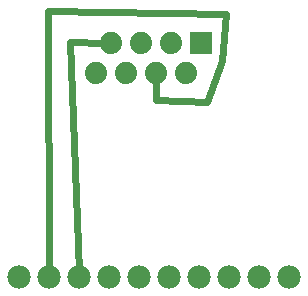
<source format=gtl>
G04 MADE WITH FRITZING*
G04 WWW.FRITZING.ORG*
G04 DOUBLE SIDED*
G04 HOLES PLATED*
G04 CONTOUR ON CENTER OF CONTOUR VECTOR*
%ASAXBY*%
%FSLAX23Y23*%
%MOIN*%
%OFA0B0*%
%SFA1.0B1.0*%
%ADD10C,0.074000*%
%ADD11C,0.078000*%
%ADD12C,0.024000*%
%ADD13R,0.001000X0.001000*%
%LNCOPPER1*%
G90*
G70*
G54D10*
X336Y776D03*
X386Y876D03*
X436Y776D03*
X536Y776D03*
X636Y776D03*
X486Y876D03*
X586Y876D03*
X686Y876D03*
G54D11*
X780Y96D03*
X680Y96D03*
X580Y96D03*
X480Y95D03*
X380Y96D03*
X280Y96D03*
X180Y96D03*
X80Y96D03*
X980Y96D03*
X880Y96D03*
G54D12*
X367Y876D02*
X250Y878D01*
D02*
X250Y878D02*
X279Y115D01*
D02*
X536Y756D02*
X537Y685D01*
D02*
X537Y685D02*
X705Y679D01*
D02*
X705Y679D02*
X756Y816D01*
D02*
X756Y816D02*
X771Y971D01*
D02*
X771Y971D02*
X177Y984D01*
D02*
X177Y984D02*
X180Y115D01*
G54D13*
X650Y912D02*
X723Y912D01*
X650Y911D02*
X723Y911D01*
X650Y910D02*
X723Y910D01*
X650Y909D02*
X723Y909D01*
X650Y908D02*
X723Y908D01*
X650Y907D02*
X723Y907D01*
X650Y906D02*
X723Y906D01*
X650Y905D02*
X723Y905D01*
X650Y904D02*
X723Y904D01*
X650Y903D02*
X723Y903D01*
X650Y902D02*
X723Y902D01*
X650Y901D02*
X723Y901D01*
X650Y900D02*
X723Y900D01*
X650Y899D02*
X723Y899D01*
X650Y898D02*
X723Y898D01*
X650Y897D02*
X723Y897D01*
X650Y896D02*
X723Y896D01*
X650Y895D02*
X681Y895D01*
X691Y895D02*
X723Y895D01*
X650Y894D02*
X678Y894D01*
X694Y894D02*
X723Y894D01*
X650Y893D02*
X676Y893D01*
X696Y893D02*
X723Y893D01*
X650Y892D02*
X674Y892D01*
X698Y892D02*
X723Y892D01*
X650Y891D02*
X673Y891D01*
X699Y891D02*
X723Y891D01*
X650Y890D02*
X672Y890D01*
X700Y890D02*
X723Y890D01*
X650Y889D02*
X671Y889D01*
X701Y889D02*
X723Y889D01*
X650Y888D02*
X670Y888D01*
X702Y888D02*
X723Y888D01*
X650Y887D02*
X669Y887D01*
X703Y887D02*
X723Y887D01*
X650Y886D02*
X669Y886D01*
X703Y886D02*
X723Y886D01*
X650Y885D02*
X668Y885D01*
X704Y885D02*
X723Y885D01*
X650Y884D02*
X668Y884D01*
X705Y884D02*
X723Y884D01*
X650Y883D02*
X667Y883D01*
X705Y883D02*
X723Y883D01*
X650Y882D02*
X667Y882D01*
X705Y882D02*
X723Y882D01*
X650Y881D02*
X667Y881D01*
X706Y881D02*
X723Y881D01*
X650Y880D02*
X666Y880D01*
X706Y880D02*
X723Y880D01*
X650Y879D02*
X666Y879D01*
X706Y879D02*
X723Y879D01*
X650Y878D02*
X666Y878D01*
X706Y878D02*
X723Y878D01*
X650Y877D02*
X666Y877D01*
X706Y877D02*
X723Y877D01*
X650Y876D02*
X666Y876D01*
X706Y876D02*
X723Y876D01*
X650Y875D02*
X666Y875D01*
X706Y875D02*
X723Y875D01*
X650Y874D02*
X666Y874D01*
X706Y874D02*
X723Y874D01*
X650Y873D02*
X666Y873D01*
X706Y873D02*
X723Y873D01*
X650Y872D02*
X666Y872D01*
X706Y872D02*
X723Y872D01*
X650Y871D02*
X667Y871D01*
X706Y871D02*
X723Y871D01*
X650Y870D02*
X667Y870D01*
X705Y870D02*
X723Y870D01*
X650Y869D02*
X667Y869D01*
X705Y869D02*
X723Y869D01*
X650Y868D02*
X668Y868D01*
X705Y868D02*
X723Y868D01*
X650Y867D02*
X668Y867D01*
X704Y867D02*
X723Y867D01*
X650Y866D02*
X669Y866D01*
X704Y866D02*
X723Y866D01*
X650Y865D02*
X669Y865D01*
X703Y865D02*
X723Y865D01*
X650Y864D02*
X670Y864D01*
X702Y864D02*
X723Y864D01*
X650Y863D02*
X671Y863D01*
X701Y863D02*
X723Y863D01*
X650Y862D02*
X672Y862D01*
X701Y862D02*
X723Y862D01*
X650Y861D02*
X673Y861D01*
X699Y861D02*
X723Y861D01*
X650Y860D02*
X674Y860D01*
X698Y860D02*
X723Y860D01*
X650Y859D02*
X676Y859D01*
X697Y859D02*
X723Y859D01*
X650Y858D02*
X678Y858D01*
X695Y858D02*
X723Y858D01*
X650Y857D02*
X680Y857D01*
X692Y857D02*
X723Y857D01*
X650Y856D02*
X723Y856D01*
X650Y855D02*
X723Y855D01*
X650Y854D02*
X723Y854D01*
X650Y853D02*
X723Y853D01*
X650Y852D02*
X723Y852D01*
X650Y851D02*
X723Y851D01*
X650Y850D02*
X723Y850D01*
X650Y849D02*
X723Y849D01*
X650Y848D02*
X723Y848D01*
X650Y847D02*
X723Y847D01*
X650Y846D02*
X723Y846D01*
X650Y845D02*
X723Y845D01*
X650Y844D02*
X723Y844D01*
X650Y843D02*
X723Y843D01*
X650Y842D02*
X723Y842D01*
X650Y841D02*
X723Y841D01*
X650Y840D02*
X723Y840D01*
X650Y839D02*
X722Y839D01*
D02*
G04 End of Copper1*
M02*
</source>
